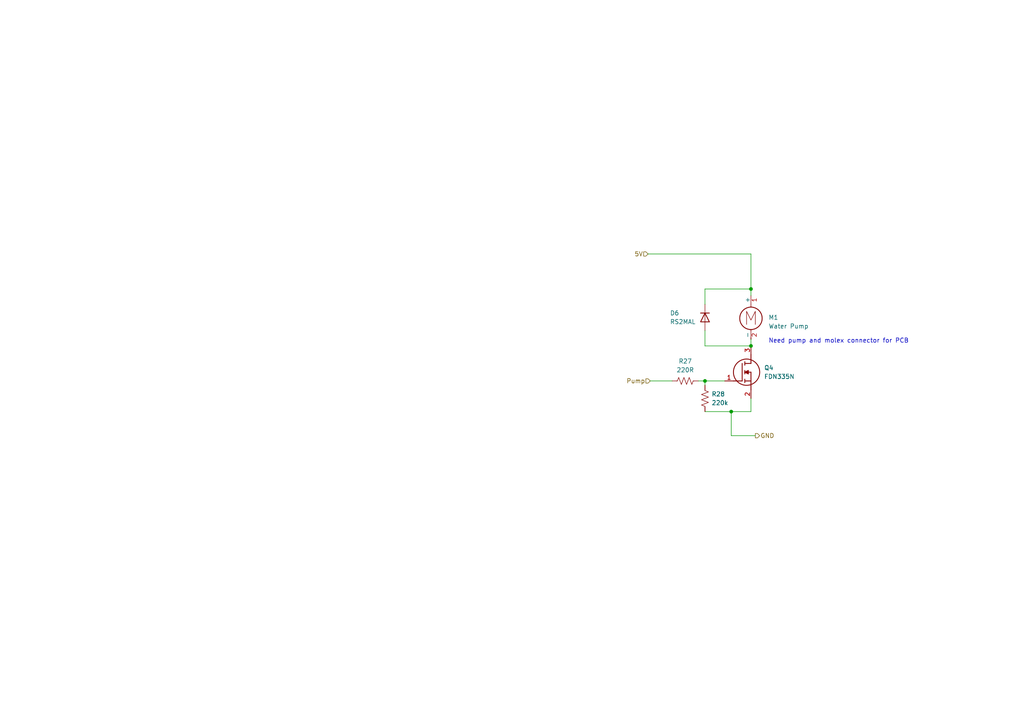
<source format=kicad_sch>
(kicad_sch (version 20230121) (generator eeschema)
  (paper "A4")
  (title_block (title "Smart Pot") (date "2023-10-29") (rev "0.1") (company "blame- satomm@stanford.edu") (comment 1 "Stanford, CA 94305-9505") (comment 2 "350 Jane Stanford Way") (comment 3 "Electrical Engineering Department") (comment 4 "EE 256 / Stanford University"))
  (lib_symbols
    (symbol "Device:D" (pin_numbers hide) (pin_names (offset 1.016) hide)
      (property "Reference" "D" (at 0 2.54 0))
      (property "Value" "D" (at 0 -2.54 0))
      (symbol "D_0_1"
        (polyline (pts (xy -1.27 1.27) (xy -1.27 -1.27)) (stroke (width 0.254)))
        (polyline (pts (xy 1.27 0) (xy -1.27 0)))
        (polyline (pts (xy 1.27 1.27) (xy 1.27 -1.27) (xy -1.27 0) (xy 1.27 1.27)) (stroke (width 0.254)))
      )
      (symbol "D_1_1"
        (pin passive line (at -3.81 0 0) (length 2.54) (name "K") (number "1"))
        (pin passive line (at 3.81 0 180) (length 2.54) (name "A") (number "2"))
      )
    )
    (symbol "Device:R_US" (pin_numbers hide) (pin_names (offset 0))
      (property "Reference" "R" (at 2.54 0 90))
      (property "Value" "R_US" (at -2.54 0 90))
      (symbol "R_US_0_1"
        (polyline (pts (xy 0 -2.286) (xy 0 -2.54)))
        (polyline (pts (xy 0 2.286) (xy 0 2.54)))
        (polyline (pts (xy 0 -0.762) (xy 1.016 -1.143) (xy 0 -1.524) (xy -1.016 -1.905) (xy 0 -2.286)))
        (polyline (pts (xy 0 0.762) (xy 1.016 0.381) (xy 0 0) (xy -1.016 -0.381) (xy 0 -0.762)))
        (polyline (pts (xy 0 2.286) (xy 1.016 1.905) (xy 0 1.524) (xy -1.016 1.143) (xy 0 0.762)))
      )
      (symbol "R_US_1_1"
        (pin passive line (at 0 3.81 270) (length 1.27) (name "~") (number "1"))
        (pin passive line (at 0 -3.81 90) (length 1.27) (name "~") (number "2"))
      )
    )
    (symbol "FDN335N_1" (pin_names hide)
      (property "Reference" "Q" (at 11.43 3.81 0))
      (property "Value" "FDN335N" (at 11.43 1.27 0))
      (symbol "FDN335N_1_1_1"
        (polyline (pts (xy 2.54 0) (xy 5.08 0)) (stroke (width 0.254)))
        (polyline (pts (xy 5.08 5.08) (xy 5.08 0)) (stroke (width 0.254)))
        (polyline (pts (xy 5.842 -0.508) (xy 5.842 0.508)) (stroke (width 0.254)))
        (polyline (pts (xy 5.842 0) (xy 7.62 0)) (stroke (width 0.254)))
        (polyline (pts (xy 5.842 2.032) (xy 5.842 3.048)) (stroke (width 0.254)))
        (polyline (pts (xy 5.842 5.588) (xy 5.842 4.572)) (stroke (width 0.254)))
        (polyline (pts (xy 7.62 2.54) (xy 5.842 2.54)) (stroke (width 0.254)))
        (polyline (pts (xy 7.62 2.54) (xy 7.62 -2.54)) (stroke (width 0.254)))
        (polyline (pts (xy 7.62 5.08) (xy 5.842 5.08)) (stroke (width 0.254)))
        (polyline (pts (xy 7.62 5.08) (xy 7.62 7.62)) (stroke (width 0.254)))
        (polyline (pts (xy 5.842 2.54) (xy 6.858 3.048) (xy 6.858 2.032) (xy 5.842 2.54)) (stroke (width 0.254)) (fill (type outline)))
        (circle (center 6.35 2.54) (radius 3.81) (stroke (width 0.254)))
        (pin passive line (at 0 0 0) (length 2.54) (name "G") (number "1"))
        (pin passive line (at 7.62 -5.08 90) (length 2.54) (name "S") (number "2"))
        (pin passive line (at 7.62 10.16 270) (length 2.54) (name "D") (number "3"))
      )
    )
    (symbol "Motor:Motor_DC" (pin_names (offset 0))
      (property "Reference" "M" (at 2.54 2.54 0))
      (property "Value" "Motor_DC" (at 2.54 -5.08 0))
      (symbol "Motor_DC_0_0"
        (polyline (pts (xy -1.27 -3.302) (xy -1.27 0.508) (xy 0 -2.032) (xy 1.27 0.508) (xy 1.27 -3.302)))
      )
      (symbol "Motor_DC_0_1"
        (circle (center 0 -1.524) (radius 3.2512) (stroke (width 0.254)))
        (polyline (pts (xy 0 -7.62) (xy 0 -7.112)))
        (polyline (pts (xy 0 -4.7752) (xy 0 -5.1816)))
        (polyline (pts (xy 0 1.7272) (xy 0 2.0828)))
        (polyline (pts (xy 0 2.032) (xy 0 2.54)))
      )
      (symbol "Motor_DC_1_1"
        (pin passive line (at 0 5.08 270) (length 2.54) (name "+") (number "1"))
        (pin passive line (at 0 -7.62 90) (length 2.54) (name "-") (number "2"))
      )
    )
  )
  (junction (at 217.805 83.82))
  (junction (at 217.805 100.33))
  (junction (at 212.09 119.38))
  (junction (at 204.47 110.49))
  (wire (pts (xy 212.09 119.38) (xy 217.805 119.38)))
  (wire (pts (xy 204.47 110.49) (xy 210.185 110.49)))
  (wire (pts (xy 217.805 115.57) (xy 217.805 119.38)))
  (wire (pts (xy 217.805 83.82) (xy 217.805 85.725)))
  (wire (pts (xy 187.96 73.66) (xy 217.805 73.66)))
  (wire (pts (xy 212.09 126.365) (xy 219.075 126.365)))
  (wire (pts (xy 204.47 83.82) (xy 217.805 83.82)))
  (wire (pts (xy 212.09 126.365) (xy 212.09 119.38)))
  (wire (pts (xy 217.805 98.425) (xy 217.805 100.33)))
  (wire (pts (xy 204.47 110.49) (xy 204.47 111.76)))
  (wire (pts (xy 204.47 119.38) (xy 212.09 119.38)))
  (wire (pts (xy 204.47 100.33) (xy 217.805 100.33)))
  (wire (pts (xy 188.595 110.49) (xy 194.945 110.49)))
  (wire (pts (xy 204.47 88.265) (xy 204.47 83.82)))
  (wire (pts (xy 202.565 110.49) (xy 204.47 110.49)))
  (wire (pts (xy 217.805 73.66) (xy 217.805 83.82)))
  (wire (pts (xy 204.47 95.885) (xy 204.47 100.33)))
  (text "Need pump and molex connector for PCB" (at 222.885 99.695 0) (effects (font (size 1.27 1.27)) (justify left bottom)))
  (hierarchical_label "Pump" (shape input) (at 188.595 110.49 180))
  (hierarchical_label "5V" (shape input) (at 187.96 73.66 180))
  (hierarchical_label "GND" (shape output) (at 219.075 126.365 0))
  (symbol (lib_id "Motor:Motor_DC") (at 217.805 90.805 0) (unit 1)
    (property "Reference" "M1" (at 222.885 92.075 0) (effects (justify left)))
    (property "Value" "Water Pump" (at 222.885 94.615 0) (effects (justify left)))
    (property "Footprint" "MattsLibrary:MOLEX_53047-0210" (effects hide))
    (property "Datasheet" "https://shop.pimoroni.com/products/mini-pump?variant=39273944907859" (effects hide))
    (property "Description" "MINI SUBMERSIBLE WATER PUMP" (effects hide))
    (property "Mfr" "Pimoroni Ltd" (effects hide))
    (property "Mfr P/N" "COM3700" (effects hide))
    (property "Supplier 1" "DigiKey" (effects hide))
    (property "Supplier 1 P/N" "1778-COM3700-ND" (effects hide))
    (property "Molex Connector Supplier 2" "DigiKey" (effects hide))
    (property "Molex Connector Supplier 2 P/N" "WM1731-ND" (effects hide))
  )
  (symbol (lib_id "Device:D") (at 204.47 92.075 270) (unit 1)
    (property "Reference" "D6" (at 194.31 90.805 90) (effects (justify left)))
    (property "Value" "RS2MAL" (at 194.31 93.345 90) (effects (justify left)))
    (property "Footprint" "MattsLibrary:SODFL5226X100N" (effects hide))
    (property "Datasheet" "https://www.taiwansemi.com/assets//datasheet/pdf.php?pn=RS2MAL" (effects hide))
    (property "Description" "DIODE GEN PURP 1KV 2A DO15" (effects hide))
    (property "Mfr" "Taiwan Semiconductor Corporation" (effects hide))
    (property "Mfr P/N" "RS2MAL" (effects hide))
    (property "Supplier 1" "DigiKey" (effects hide))
    (property "Supplier 1 P/N" "1801-RS2MALCT-ND" (effects hide))
  )
  (symbol (lib_name "FDN335N_1") (lib_id "Matts_Library:FDN335N") (at 210.185 110.49 0) (unit 1)
    (property "Reference" "Q4" (at 221.615 106.68 0) (effects (justify left)))
    (property "Value" "FDN335N" (at 221.615 109.22 0) (effects (justify left)))
    (property "Footprint" "MattsLibrary:FDN335N__SOT95P251X112-3N" (effects hide))
    (property "Datasheet" "https://rocelec.widen.net/view/pdf/jrgsufw62v/FAIRS15854-1.pdf?t.download=true&u=5oefqw" (effects hide))
    (property "Description" "MOSFET N-CH 20V 1.7A SUPERSOT3" (effects hide))
    (property "Mfr" "on semi" (effects hide))
    (property "Mfr P/N" "FDN335N" (effects hide))
    (property "Supplier 1" "DigiKey" (effects hide))
    (property "Supplier 1 P/N" "FDN335NCT-ND" (effects hide))
  )
  (symbol (lib_id "Device:R_US") (at 204.47 115.57 0) (unit 1)
    (property "Reference" "R28" (at 206.375 114.3 0) (effects (justify left)))
    (property "Value" "220k" (at 206.375 116.84 0) (effects (justify left)))
    (property "Footprint" "Resistor_SMD:R_0805_2012Metric_Pad1.20x1.40mm_HandSolder" (effects hide))
    (property "Datasheet" "https://www.seielect.com/catalog/sei-rmcf_rmcp.pdf" (effects hide))
    (property "Description" "RES 220K OHM 1% 1/8W 0805" (effects hide))
    (property "Mfr" "Stackpole Electronics Inc" (effects hide))
    (property "Mfr P/N" "RMCF0805FT220K" (effects hide))
    (property "Supplier 1" "DigiKey" (effects hide))
    (property "Supplier 1 P/N" "RMCF0805FT220KCT-ND" (effects hide))
  )
  (symbol (lib_id "Device:R_US") (at 198.755 110.49 90) (unit 1)
    (property "Reference" "R27" (at 198.755 104.775 90))
    (property "Value" "220R" (at 198.755 107.315 90))
    (property "Footprint" "Resistor_SMD:R_0805_2012Metric_Pad1.20x1.40mm_HandSolder" (effects hide))
    (property "Datasheet" "https://www.seielect.com/catalog/sei-rmcf_rmcp.pdf" (effects hide))
    (property "Description" "RES 220 OHM 1% 1/8W 0805" (effects hide))
    (property "Mfr" "Stackpole Electronics Inc" (effects hide))
    (property "Mfr P/N" "RMCF0805FT220R" (effects hide))
    (property "Supplier 1" "DigiKey" (effects hide))
    (property "Supplier 1 P/N" "RMCF0805FT220RCT-ND" (effects hide))
  )
)
</source>
